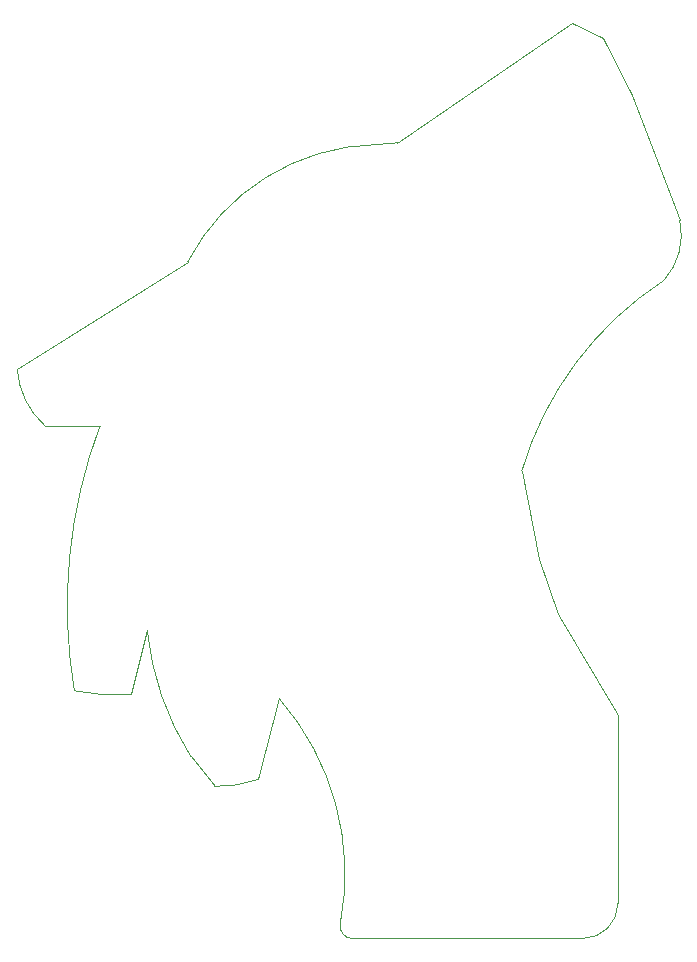
<source format=gbr>
%TF.GenerationSoftware,KiCad,Pcbnew,9.0.7*%
%TF.CreationDate,2026-01-21T21:34:25-07:00*%
%TF.ProjectId,WolfPCB,576f6c66-5043-4422-9e6b-696361645f70,1*%
%TF.SameCoordinates,Original*%
%TF.FileFunction,Profile,NP*%
%FSLAX46Y46*%
G04 Gerber Fmt 4.6, Leading zero omitted, Abs format (unit mm)*
G04 Created by KiCad (PCBNEW 9.0.7) date 2026-01-21 21:34:25*
%MOMM*%
%LPD*%
G01*
G04 APERTURE LIST*
%TA.AperFunction,Profile*%
%ADD10C,0.100000*%
%TD*%
G04 APERTURE END LIST*
D10*
X174117000Y-82804000D02*
G75*
G02*
X172769227Y-87928752I-5588000J-1270000D01*
G01*
X168900000Y-140637000D02*
G75*
G02*
X165900000Y-143637000I-3000000J0D01*
G01*
X167640000Y-67437000D02*
X170053000Y-72263000D01*
X129032000Y-117533000D02*
X127635000Y-122936000D01*
X125031924Y-100242645D02*
X120396000Y-100242645D01*
X132461000Y-86360000D02*
G75*
G02*
X148462132Y-76412024I16383000J-8509000D01*
G01*
X160755270Y-104033716D02*
X162179000Y-111506000D01*
X132720540Y-128219803D02*
G75*
G02*
X129032000Y-117533000I20822460J13166803D01*
G01*
X160755270Y-104033714D02*
G75*
G02*
X172769227Y-87928753I27839730J-8234286D01*
G01*
X163830000Y-116205000D02*
X168900000Y-124714000D01*
X165900000Y-143637000D02*
X146400000Y-143637000D01*
X132720540Y-128219803D02*
X134731923Y-130755270D01*
X138430000Y-130175000D02*
G75*
G02*
X134731928Y-130755270I-3429000J9779000D01*
G01*
X127635000Y-122936000D02*
G75*
G02*
X122868336Y-122663467I-1524000J15166200D01*
G01*
X122868336Y-122663467D02*
G75*
G02*
X125031924Y-100242645I42739664J7190467D01*
G01*
X168900000Y-124714000D02*
X168900000Y-140637000D01*
X146400000Y-143637000D02*
G75*
G02*
X145383138Y-142396627I0J1037000D01*
G01*
X150217690Y-76269456D02*
G75*
G02*
X148462132Y-76412029I-1755590J10737556D01*
G01*
X120396000Y-100242645D02*
G75*
G02*
X118026149Y-95397469I4635900J5269645D01*
G01*
X140207114Y-123317773D02*
G75*
G02*
X145383138Y-142396627I-17017114J-14858227D01*
G01*
X150217684Y-76269456D02*
X164973000Y-66167000D01*
X140208000Y-123317000D02*
X138430000Y-130175000D01*
X170053000Y-72263000D02*
X174117000Y-82804000D01*
X118026156Y-95397580D02*
X132461000Y-86360000D01*
X162179000Y-111506000D02*
X163830000Y-116205000D01*
X164973000Y-66167000D02*
X167640000Y-67437000D01*
M02*

</source>
